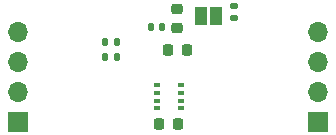
<source format=gbr>
%TF.GenerationSoftware,KiCad,Pcbnew,6.0.11-2627ca5db0~126~ubuntu22.04.1*%
%TF.CreationDate,2023-12-15T17:24:49+01:00*%
%TF.ProjectId,I2C_Module_BME280_FUEL4EP,4932435f-4d6f-4647-956c-655f424d4532,V1.1*%
%TF.SameCoordinates,Original*%
%TF.FileFunction,Soldermask,Top*%
%TF.FilePolarity,Negative*%
%FSLAX46Y46*%
G04 Gerber Fmt 4.6, Leading zero omitted, Abs format (unit mm)*
G04 Created by KiCad (PCBNEW 6.0.11-2627ca5db0~126~ubuntu22.04.1) date 2023-12-15 17:24:49*
%MOMM*%
%LPD*%
G01*
G04 APERTURE LIST*
G04 Aperture macros list*
%AMRoundRect*
0 Rectangle with rounded corners*
0 $1 Rounding radius*
0 $2 $3 $4 $5 $6 $7 $8 $9 X,Y pos of 4 corners*
0 Add a 4 corners polygon primitive as box body*
4,1,4,$2,$3,$4,$5,$6,$7,$8,$9,$2,$3,0*
0 Add four circle primitives for the rounded corners*
1,1,$1+$1,$2,$3*
1,1,$1+$1,$4,$5*
1,1,$1+$1,$6,$7*
1,1,$1+$1,$8,$9*
0 Add four rect primitives between the rounded corners*
20,1,$1+$1,$2,$3,$4,$5,0*
20,1,$1+$1,$4,$5,$6,$7,0*
20,1,$1+$1,$6,$7,$8,$9,0*
20,1,$1+$1,$8,$9,$2,$3,0*%
G04 Aperture macros list end*
%ADD10RoundRect,0.225000X0.250000X-0.225000X0.250000X0.225000X-0.250000X0.225000X-0.250000X-0.225000X0*%
%ADD11R,1.700000X1.700000*%
%ADD12O,1.700000X1.700000*%
%ADD13RoundRect,0.147500X-0.147500X-0.172500X0.147500X-0.172500X0.147500X0.172500X-0.147500X0.172500X0*%
%ADD14R,0.500000X0.350000*%
%ADD15R,1.000000X1.500000*%
%ADD16RoundRect,0.225000X0.225000X0.250000X-0.225000X0.250000X-0.225000X-0.250000X0.225000X-0.250000X0*%
%ADD17RoundRect,0.135000X0.135000X0.185000X-0.135000X0.185000X-0.135000X-0.185000X0.135000X-0.185000X0*%
%ADD18RoundRect,0.135000X-0.185000X0.135000X-0.185000X-0.135000X0.185000X-0.135000X0.185000X0.135000X0*%
%ADD19RoundRect,0.225000X-0.225000X-0.250000X0.225000X-0.250000X0.225000X0.250000X-0.225000X0.250000X0*%
G04 APERTURE END LIST*
D10*
%TO.C,C1*%
X16000000Y9975000D03*
X16000000Y11525000D03*
%TD*%
D11*
%TO.C,J1*%
X2500000Y2000000D03*
D12*
X2500000Y4540000D03*
X2500000Y7080000D03*
X2500000Y9620000D03*
%TD*%
D13*
%TO.C,FB1*%
X13715000Y10000000D03*
X14685000Y10000000D03*
%TD*%
D11*
%TO.C,J2*%
X27900000Y2000000D03*
D12*
X27900000Y4540000D03*
X27900000Y7080000D03*
X27900000Y9620000D03*
%TD*%
D14*
%TO.C,U1*%
X14225000Y3125000D03*
X14225000Y3775000D03*
X14225000Y4425000D03*
X14225000Y5075000D03*
X16275000Y5075000D03*
X16275000Y4425000D03*
X16275000Y3775000D03*
X16275000Y3125000D03*
%TD*%
D15*
%TO.C,JP1*%
X17960000Y10985000D03*
X19260000Y10985000D03*
%TD*%
D16*
%TO.C,C3*%
X16775000Y8100000D03*
X15225000Y8100000D03*
%TD*%
D17*
%TO.C,R1*%
X10890000Y8715000D03*
X9870000Y8715000D03*
%TD*%
D18*
%TO.C,R3*%
X20800000Y11810000D03*
X20800000Y10790000D03*
%TD*%
D19*
%TO.C,C4*%
X14475000Y1800000D03*
X16025000Y1800000D03*
%TD*%
D17*
%TO.C,R2*%
X10910000Y7500000D03*
X9890000Y7500000D03*
%TD*%
M02*

</source>
